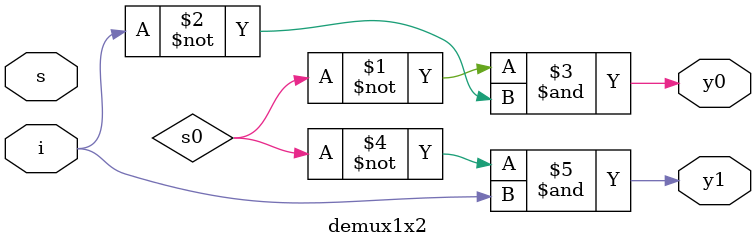
<source format=v>
module demux1x2(
  input i,s,
  output y0,y1
);
  assign y0 = (~s0&~i);
  assign y1 = (~s0&i);
endmodule

</source>
